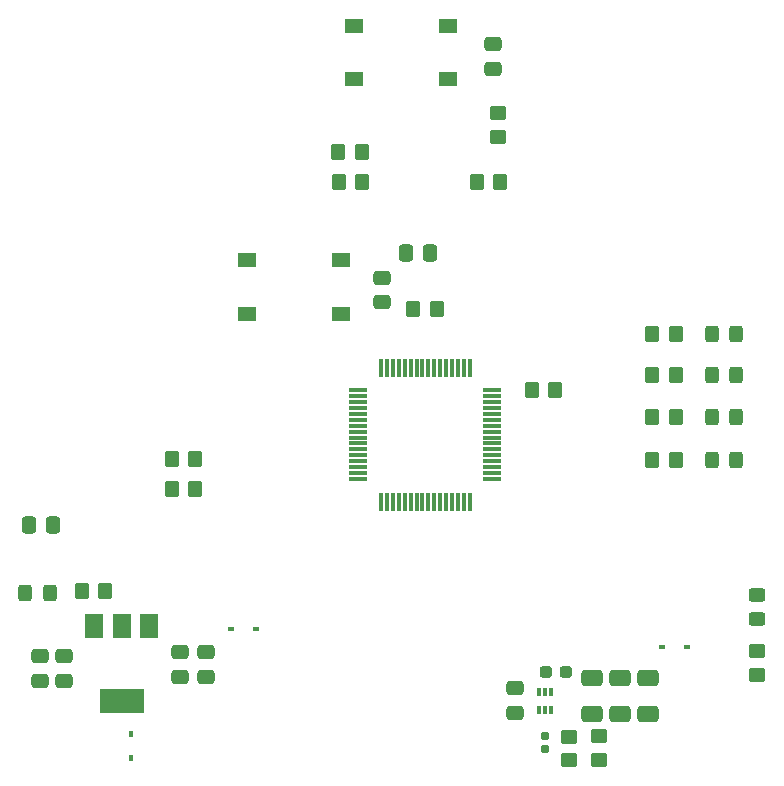
<source format=gbr>
G04 #@! TF.GenerationSoftware,KiCad,Pcbnew,(6.0.4)*
G04 #@! TF.CreationDate,2023-03-06T11:11:44-05:00*
G04 #@! TF.ProjectId,LED_Module,4c45445f-4d6f-4647-956c-652e6b696361,rev?*
G04 #@! TF.SameCoordinates,Original*
G04 #@! TF.FileFunction,Paste,Top*
G04 #@! TF.FilePolarity,Positive*
%FSLAX46Y46*%
G04 Gerber Fmt 4.6, Leading zero omitted, Abs format (unit mm)*
G04 Created by KiCad (PCBNEW (6.0.4)) date 2023-03-06 11:11:44*
%MOMM*%
%LPD*%
G01*
G04 APERTURE LIST*
G04 Aperture macros list*
%AMRoundRect*
0 Rectangle with rounded corners*
0 $1 Rounding radius*
0 $2 $3 $4 $5 $6 $7 $8 $9 X,Y pos of 4 corners*
0 Add a 4 corners polygon primitive as box body*
4,1,4,$2,$3,$4,$5,$6,$7,$8,$9,$2,$3,0*
0 Add four circle primitives for the rounded corners*
1,1,$1+$1,$2,$3*
1,1,$1+$1,$4,$5*
1,1,$1+$1,$6,$7*
1,1,$1+$1,$8,$9*
0 Add four rect primitives between the rounded corners*
20,1,$1+$1,$2,$3,$4,$5,0*
20,1,$1+$1,$4,$5,$6,$7,0*
20,1,$1+$1,$6,$7,$8,$9,0*
20,1,$1+$1,$8,$9,$2,$3,0*%
G04 Aperture macros list end*
%ADD10RoundRect,0.250000X0.350000X0.450000X-0.350000X0.450000X-0.350000X-0.450000X0.350000X-0.450000X0*%
%ADD11R,0.340000X0.700000*%
%ADD12RoundRect,0.250000X0.450000X-0.350000X0.450000X0.350000X-0.450000X0.350000X-0.450000X-0.350000X0*%
%ADD13RoundRect,0.250000X-0.650000X0.412500X-0.650000X-0.412500X0.650000X-0.412500X0.650000X0.412500X0*%
%ADD14RoundRect,0.250000X-0.325000X-0.450000X0.325000X-0.450000X0.325000X0.450000X-0.325000X0.450000X0*%
%ADD15RoundRect,0.250000X0.325000X0.450000X-0.325000X0.450000X-0.325000X-0.450000X0.325000X-0.450000X0*%
%ADD16RoundRect,0.250000X-0.475000X0.337500X-0.475000X-0.337500X0.475000X-0.337500X0.475000X0.337500X0*%
%ADD17R,1.550000X1.300000*%
%ADD18RoundRect,0.250000X-0.350000X-0.450000X0.350000X-0.450000X0.350000X0.450000X-0.350000X0.450000X0*%
%ADD19RoundRect,0.250000X-0.450000X0.350000X-0.450000X-0.350000X0.450000X-0.350000X0.450000X0.350000X0*%
%ADD20RoundRect,0.075000X-0.700000X-0.075000X0.700000X-0.075000X0.700000X0.075000X-0.700000X0.075000X0*%
%ADD21RoundRect,0.075000X-0.075000X-0.700000X0.075000X-0.700000X0.075000X0.700000X-0.075000X0.700000X0*%
%ADD22RoundRect,0.250000X0.337500X0.475000X-0.337500X0.475000X-0.337500X-0.475000X0.337500X-0.475000X0*%
%ADD23RoundRect,0.250000X-0.450000X0.325000X-0.450000X-0.325000X0.450000X-0.325000X0.450000X0.325000X0*%
%ADD24R,1.500000X2.000000*%
%ADD25R,3.800000X2.000000*%
%ADD26R,0.600000X0.450000*%
%ADD27RoundRect,0.155000X0.155000X-0.212500X0.155000X0.212500X-0.155000X0.212500X-0.155000X-0.212500X0*%
%ADD28R,0.450000X0.600000*%
%ADD29RoundRect,0.250000X0.475000X-0.337500X0.475000X0.337500X-0.475000X0.337500X-0.475000X-0.337500X0*%
%ADD30RoundRect,0.237500X-0.287500X-0.237500X0.287500X-0.237500X0.287500X0.237500X-0.287500X0.237500X0*%
G04 APERTURE END LIST*
D10*
G04 #@! TO.C,R14*
X109728000Y-78486000D03*
X107728000Y-78486000D03*
G04 #@! TD*
D11*
G04 #@! TO.C,U3*
X99128200Y-108808912D03*
X98628200Y-108808912D03*
X98128200Y-108808912D03*
X98128200Y-110308912D03*
X98628200Y-110308912D03*
X99128200Y-110308912D03*
G04 #@! TD*
D12*
G04 #@! TO.C,R3*
X100660200Y-114563400D03*
X100660200Y-112563400D03*
G04 #@! TD*
G04 #@! TO.C,R2*
X94636500Y-61782000D03*
X94636500Y-59782000D03*
G04 #@! TD*
D13*
G04 #@! TO.C,C15*
X102616000Y-107569000D03*
X102616000Y-110694000D03*
G04 #@! TD*
D14*
G04 #@! TO.C,D8*
X54661800Y-100415000D03*
X56711800Y-100415000D03*
G04 #@! TD*
D15*
G04 #@! TO.C,D5*
X114808000Y-81915000D03*
X112758000Y-81915000D03*
G04 #@! TD*
G04 #@! TO.C,D3*
X114808000Y-89154000D03*
X112758000Y-89154000D03*
G04 #@! TD*
D10*
G04 #@! TO.C,R13*
X109728000Y-81915000D03*
X107728000Y-81915000D03*
G04 #@! TD*
G04 #@! TO.C,R12*
X109728000Y-85471000D03*
X107728000Y-85471000D03*
G04 #@! TD*
D16*
G04 #@! TO.C,C11*
X96088200Y-108461900D03*
X96088200Y-110536900D03*
G04 #@! TD*
D13*
G04 #@! TO.C,C17*
X107391200Y-107569000D03*
X107391200Y-110694000D03*
G04 #@! TD*
D17*
G04 #@! TO.C,SW2*
X81412000Y-76753000D03*
X73452000Y-76753000D03*
X81412000Y-72253000D03*
X73452000Y-72253000D03*
G04 #@! TD*
D18*
G04 #@! TO.C,R10*
X92874000Y-65649000D03*
X94874000Y-65649000D03*
G04 #@! TD*
D19*
G04 #@! TO.C,R16*
X116631000Y-105354000D03*
X116631000Y-107354000D03*
G04 #@! TD*
D12*
G04 #@! TO.C,R4*
X103200200Y-114547400D03*
X103200200Y-112547400D03*
G04 #@! TD*
D20*
G04 #@! TO.C,U2*
X82844000Y-83245000D03*
X82844000Y-83745000D03*
X82844000Y-84245000D03*
X82844000Y-84745000D03*
X82844000Y-85245000D03*
X82844000Y-85745000D03*
X82844000Y-86245000D03*
X82844000Y-86745000D03*
X82844000Y-87245000D03*
X82844000Y-87745000D03*
X82844000Y-88245000D03*
X82844000Y-88745000D03*
X82844000Y-89245000D03*
X82844000Y-89745000D03*
X82844000Y-90245000D03*
X82844000Y-90745000D03*
D21*
X84769000Y-92670000D03*
X85269000Y-92670000D03*
X85769000Y-92670000D03*
X86269000Y-92670000D03*
X86769000Y-92670000D03*
X87269000Y-92670000D03*
X87769000Y-92670000D03*
X88269000Y-92670000D03*
X88769000Y-92670000D03*
X89269000Y-92670000D03*
X89769000Y-92670000D03*
X90269000Y-92670000D03*
X90769000Y-92670000D03*
X91269000Y-92670000D03*
X91769000Y-92670000D03*
X92269000Y-92670000D03*
D20*
X94194000Y-90745000D03*
X94194000Y-90245000D03*
X94194000Y-89745000D03*
X94194000Y-89245000D03*
X94194000Y-88745000D03*
X94194000Y-88245000D03*
X94194000Y-87745000D03*
X94194000Y-87245000D03*
X94194000Y-86745000D03*
X94194000Y-86245000D03*
X94194000Y-85745000D03*
X94194000Y-85245000D03*
X94194000Y-84745000D03*
X94194000Y-84245000D03*
X94194000Y-83745000D03*
X94194000Y-83245000D03*
D21*
X92269000Y-81320000D03*
X91769000Y-81320000D03*
X91269000Y-81320000D03*
X90769000Y-81320000D03*
X90269000Y-81320000D03*
X89769000Y-81320000D03*
X89269000Y-81320000D03*
X88769000Y-81320000D03*
X88269000Y-81320000D03*
X87769000Y-81320000D03*
X87269000Y-81320000D03*
X86769000Y-81320000D03*
X86269000Y-81320000D03*
X85769000Y-81320000D03*
X85269000Y-81320000D03*
X84769000Y-81320000D03*
G04 #@! TD*
D22*
G04 #@! TO.C,C19*
X88948000Y-71618000D03*
X86873000Y-71618000D03*
G04 #@! TD*
D16*
G04 #@! TO.C,C9*
X69951600Y-105410000D03*
X69951600Y-107485000D03*
G04 #@! TD*
D23*
G04 #@! TO.C,D9*
X116586000Y-100584000D03*
X116586000Y-102634000D03*
G04 #@! TD*
D16*
G04 #@! TO.C,C3*
X57886600Y-105773400D03*
X57886600Y-107848400D03*
G04 #@! TD*
D15*
G04 #@! TO.C,D6*
X114808000Y-78486000D03*
X112758000Y-78486000D03*
G04 #@! TD*
D18*
G04 #@! TO.C,R7*
X81158000Y-63109000D03*
X83158000Y-63109000D03*
G04 #@! TD*
D13*
G04 #@! TO.C,C13*
X105003600Y-107569000D03*
X105003600Y-110694000D03*
G04 #@! TD*
D24*
G04 #@! TO.C,U1*
X65102800Y-103225600D03*
X62802800Y-103225600D03*
D25*
X62802800Y-109525600D03*
D24*
X60502800Y-103225600D03*
G04 #@! TD*
D16*
G04 #@! TO.C,C1*
X55854600Y-105773400D03*
X55854600Y-107848400D03*
G04 #@! TD*
D22*
G04 #@! TO.C,C16*
X57023000Y-94615000D03*
X54948000Y-94615000D03*
G04 #@! TD*
D17*
G04 #@! TO.C,SW1*
X90408400Y-52421400D03*
X82448400Y-52421400D03*
X90408400Y-56921400D03*
X82448400Y-56921400D03*
G04 #@! TD*
D26*
G04 #@! TO.C,D7*
X110634200Y-104978200D03*
X108534200Y-104978200D03*
G04 #@! TD*
G04 #@! TO.C,D2*
X74145800Y-103420000D03*
X72045800Y-103420000D03*
G04 #@! TD*
D10*
G04 #@! TO.C,R9*
X109728000Y-89154000D03*
X107728000Y-89154000D03*
G04 #@! TD*
D18*
G04 #@! TO.C,R8*
X81190000Y-65649000D03*
X83190000Y-65649000D03*
G04 #@! TD*
D10*
G04 #@! TO.C,R5*
X69056000Y-91567000D03*
X67056000Y-91567000D03*
G04 #@! TD*
D16*
G04 #@! TO.C,C18*
X84841000Y-73734000D03*
X84841000Y-75809000D03*
G04 #@! TD*
D27*
G04 #@! TO.C,C12*
X98628200Y-113622900D03*
X98628200Y-112487900D03*
G04 #@! TD*
D16*
G04 #@! TO.C,C7*
X67767200Y-105410000D03*
X67767200Y-107485000D03*
G04 #@! TD*
D10*
G04 #@! TO.C,R11*
X99536000Y-83185000D03*
X97536000Y-83185000D03*
G04 #@! TD*
D28*
G04 #@! TO.C,D1*
X63570800Y-114410000D03*
X63570800Y-112310000D03*
G04 #@! TD*
D10*
G04 #@! TO.C,R1*
X89503000Y-76327000D03*
X87503000Y-76327000D03*
G04 #@! TD*
D29*
G04 #@! TO.C,C10*
X94280900Y-56037400D03*
X94280900Y-53962400D03*
G04 #@! TD*
D15*
G04 #@! TO.C,D4*
X114826000Y-85471000D03*
X112776000Y-85471000D03*
G04 #@! TD*
D18*
G04 #@! TO.C,R15*
X59431800Y-100280000D03*
X61431800Y-100280000D03*
G04 #@! TD*
D30*
G04 #@! TO.C,L1*
X98707000Y-107061000D03*
X100457000Y-107061000D03*
G04 #@! TD*
D18*
G04 #@! TO.C,R6*
X67056000Y-89027000D03*
X69056000Y-89027000D03*
G04 #@! TD*
M02*

</source>
